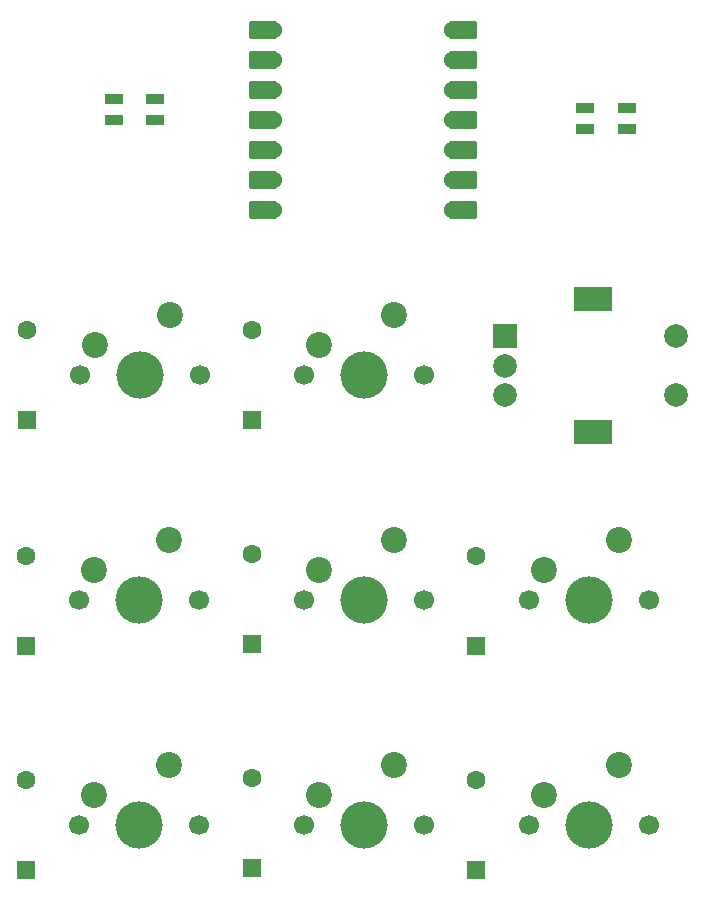
<source format=gbr>
%TF.GenerationSoftware,KiCad,Pcbnew,9.0.3*%
%TF.CreationDate,2025-08-10T10:47:53+08:00*%
%TF.ProjectId,HackPad Schematic,4861636b-5061-4642-9053-6368656d6174,rev?*%
%TF.SameCoordinates,Original*%
%TF.FileFunction,Soldermask,Top*%
%TF.FilePolarity,Negative*%
%FSLAX46Y46*%
G04 Gerber Fmt 4.6, Leading zero omitted, Abs format (unit mm)*
G04 Created by KiCad (PCBNEW 9.0.3) date 2025-08-10 10:47:53*
%MOMM*%
%LPD*%
G01*
G04 APERTURE LIST*
G04 Aperture macros list*
%AMRoundRect*
0 Rectangle with rounded corners*
0 $1 Rounding radius*
0 $2 $3 $4 $5 $6 $7 $8 $9 X,Y pos of 4 corners*
0 Add a 4 corners polygon primitive as box body*
4,1,4,$2,$3,$4,$5,$6,$7,$8,$9,$2,$3,0*
0 Add four circle primitives for the rounded corners*
1,1,$1+$1,$2,$3*
1,1,$1+$1,$4,$5*
1,1,$1+$1,$6,$7*
1,1,$1+$1,$8,$9*
0 Add four rect primitives between the rounded corners*
20,1,$1+$1,$2,$3,$4,$5,0*
20,1,$1+$1,$4,$5,$6,$7,0*
20,1,$1+$1,$6,$7,$8,$9,0*
20,1,$1+$1,$8,$9,$2,$3,0*%
G04 Aperture macros list end*
%ADD10RoundRect,0.250000X0.550000X-0.550000X0.550000X0.550000X-0.550000X0.550000X-0.550000X-0.550000X0*%
%ADD11C,1.600000*%
%ADD12R,1.600000X0.850000*%
%ADD13C,1.700000*%
%ADD14C,4.000000*%
%ADD15C,2.200000*%
%ADD16RoundRect,0.152400X1.063600X0.609600X-1.063600X0.609600X-1.063600X-0.609600X1.063600X-0.609600X0*%
%ADD17C,1.524000*%
%ADD18RoundRect,0.152400X-1.063600X-0.609600X1.063600X-0.609600X1.063600X0.609600X-1.063600X0.609600X0*%
%ADD19R,2.000000X2.000000*%
%ADD20C,2.000000*%
%ADD21R,3.200000X2.000000*%
G04 APERTURE END LIST*
D10*
%TO.C,D2*%
X118800000Y-115710000D03*
D11*
X118800000Y-108090000D03*
%TD*%
D12*
%TO.C,D10*%
X147050000Y-89325000D03*
X147050000Y-91075000D03*
X150550000Y-91075000D03*
X150550000Y-89325000D03*
%TD*%
D13*
%TO.C,SW1*%
X104223500Y-111918750D03*
D14*
X109303500Y-111918750D03*
D13*
X114383500Y-111918750D03*
D15*
X111843500Y-106838750D03*
X105493500Y-109378750D03*
%TD*%
D10*
%TO.C,D1*%
X99800000Y-115728750D03*
D11*
X99800000Y-108108750D03*
%TD*%
D12*
%TO.C,D9*%
X107100000Y-88550000D03*
X107100000Y-90300000D03*
X110600000Y-90300000D03*
X110600000Y-88550000D03*
%TD*%
D10*
%TO.C,D5*%
X137800000Y-134810000D03*
D11*
X137800000Y-127190000D03*
%TD*%
D13*
%TO.C,SW6*%
X104140000Y-150018750D03*
D14*
X109220000Y-150018750D03*
D13*
X114300000Y-150018750D03*
D15*
X111760000Y-144938750D03*
X105410000Y-147478750D03*
%TD*%
D10*
%TO.C,D7*%
X118800000Y-153620000D03*
D11*
X118800000Y-146000000D03*
%TD*%
D13*
%TO.C,SW3*%
X104140000Y-130968750D03*
D14*
X109220000Y-130968750D03*
D13*
X114300000Y-130968750D03*
D15*
X111760000Y-125888750D03*
X105410000Y-128428750D03*
%TD*%
D13*
%TO.C,SW7*%
X123190000Y-150018750D03*
D14*
X128270000Y-150018750D03*
D13*
X133350000Y-150018750D03*
D15*
X130810000Y-144938750D03*
X124460000Y-147478750D03*
%TD*%
D16*
%TO.C,U1*%
X119745000Y-82680000D03*
D17*
X120580000Y-82680000D03*
D16*
X119745000Y-85220000D03*
D17*
X120580000Y-85220000D03*
D16*
X119745000Y-87760000D03*
D17*
X120580000Y-87760000D03*
D16*
X119745000Y-90300000D03*
D17*
X120580000Y-90300000D03*
D16*
X119745000Y-92840000D03*
D17*
X120580000Y-92840000D03*
D16*
X119745000Y-95380000D03*
D17*
X120580000Y-95380000D03*
D16*
X119745000Y-97920000D03*
D17*
X120580000Y-97920000D03*
X135820000Y-97920000D03*
D18*
X136655000Y-97920000D03*
D17*
X135820000Y-95380000D03*
D18*
X136655000Y-95380000D03*
D17*
X135820000Y-92840000D03*
D18*
X136655000Y-92840000D03*
D17*
X135820000Y-90300000D03*
D18*
X136655000Y-90300000D03*
D17*
X135820000Y-87760000D03*
D18*
X136655000Y-87760000D03*
D17*
X135820000Y-85220000D03*
D18*
X136655000Y-85220000D03*
D17*
X135820000Y-82680000D03*
D18*
X136655000Y-82680000D03*
%TD*%
D10*
%TO.C,D4*%
X118800000Y-134710000D03*
D11*
X118800000Y-127090000D03*
%TD*%
D19*
%TO.C,SW9*%
X140200000Y-108600000D03*
D20*
X140200000Y-113600000D03*
X140200000Y-111100000D03*
D21*
X147700000Y-105500000D03*
X147700000Y-116700000D03*
D20*
X154700000Y-113600000D03*
X154700000Y-108600000D03*
%TD*%
D10*
%TO.C,D6*%
X99700000Y-153810000D03*
D11*
X99700000Y-146190000D03*
%TD*%
D13*
%TO.C,SW4*%
X123190000Y-130968750D03*
D14*
X128270000Y-130968750D03*
D13*
X133350000Y-130968750D03*
D15*
X130810000Y-125888750D03*
X124460000Y-128428750D03*
%TD*%
D10*
%TO.C,D8*%
X137800000Y-153810000D03*
D11*
X137800000Y-146190000D03*
%TD*%
D13*
%TO.C,SW8*%
X142240000Y-150018750D03*
D14*
X147320000Y-150018750D03*
D13*
X152400000Y-150018750D03*
D15*
X149860000Y-144938750D03*
X143510000Y-147478750D03*
%TD*%
D10*
%TO.C,D3*%
X99700000Y-134810000D03*
D11*
X99700000Y-127190000D03*
%TD*%
D13*
%TO.C,SW2*%
X123190000Y-111918750D03*
D14*
X128270000Y-111918750D03*
D13*
X133350000Y-111918750D03*
D15*
X130810000Y-106838750D03*
X124460000Y-109378750D03*
%TD*%
D13*
%TO.C,SW5*%
X142240000Y-130968750D03*
D14*
X147320000Y-130968750D03*
D13*
X152400000Y-130968750D03*
D15*
X149860000Y-125888750D03*
X143510000Y-128428750D03*
%TD*%
M02*

</source>
